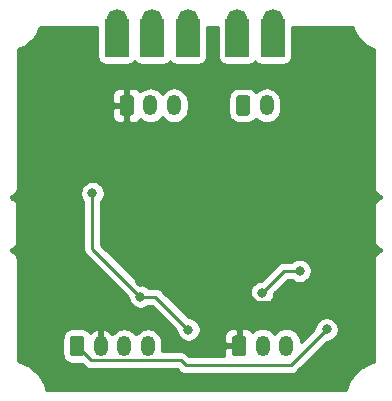
<source format=gbr>
%TF.GenerationSoftware,KiCad,Pcbnew,(5.1.9-0-10_14)*%
%TF.CreationDate,2021-05-07T17:02:22+01:00*%
%TF.ProjectId,EMGSensor3.1,454d4753-656e-4736-9f72-332e312e6b69,rev?*%
%TF.SameCoordinates,Original*%
%TF.FileFunction,Copper,L2,Bot*%
%TF.FilePolarity,Positive*%
%FSLAX46Y46*%
G04 Gerber Fmt 4.6, Leading zero omitted, Abs format (unit mm)*
G04 Created by KiCad (PCBNEW (5.1.9-0-10_14)) date 2021-05-07 17:02:22*
%MOMM*%
%LPD*%
G01*
G04 APERTURE LIST*
%TA.AperFunction,ComponentPad*%
%ADD10O,1.200000X1.750000*%
%TD*%
%TA.AperFunction,ComponentPad*%
%ADD11C,0.100000*%
%TD*%
%TA.AperFunction,ViaPad*%
%ADD12C,1.700000*%
%TD*%
%TA.AperFunction,ViaPad*%
%ADD13C,0.800000*%
%TD*%
%TA.AperFunction,Conductor*%
%ADD14C,0.250000*%
%TD*%
%TA.AperFunction,Conductor*%
%ADD15C,0.254000*%
%TD*%
%TA.AperFunction,Conductor*%
%ADD16C,0.100000*%
%TD*%
G04 APERTURE END LIST*
%TO.P,J1,1*%
%TO.N,GND*%
%TA.AperFunction,ComponentPad*%
G36*
G01*
X179867000Y-54155501D02*
X179867000Y-52905499D01*
G75*
G02*
X180116999Y-52655500I249999J0D01*
G01*
X180817001Y-52655500D01*
G75*
G02*
X181067000Y-52905499I0J-249999D01*
G01*
X181067000Y-54155501D01*
G75*
G02*
X180817001Y-54405500I-249999J0D01*
G01*
X180116999Y-54405500D01*
G75*
G02*
X179867000Y-54155501I0J249999D01*
G01*
G37*
%TD.AperFunction*%
D10*
%TO.P,J1,2*%
%TO.N,/End-Muscle-A*%
X182467000Y-53530500D03*
%TO.P,J1,3*%
%TO.N,/Mid-Muscle-A*%
X184467000Y-53530500D03*
%TD*%
%TO.P,J2,2*%
%TO.N,/End-Muscle-B*%
X192309500Y-53530500D03*
%TO.P,J2,1*%
%TO.N,/Mid-Muscle-B*%
%TA.AperFunction,ComponentPad*%
G36*
G01*
X189709500Y-54155501D02*
X189709500Y-52905499D01*
G75*
G02*
X189959499Y-52655500I249999J0D01*
G01*
X190659501Y-52655500D01*
G75*
G02*
X190909500Y-52905499I0J-249999D01*
G01*
X190909500Y-54155501D01*
G75*
G02*
X190659501Y-54405500I-249999J0D01*
G01*
X189959499Y-54405500D01*
G75*
G02*
X189709500Y-54155501I0J249999D01*
G01*
G37*
%TD.AperFunction*%
%TD*%
%TO.P,J4,1*%
%TO.N,+3V3*%
%TA.AperFunction,ComponentPad*%
G36*
G01*
X175650600Y-74539001D02*
X175650600Y-73288999D01*
G75*
G02*
X175900599Y-73039000I249999J0D01*
G01*
X176600601Y-73039000D01*
G75*
G02*
X176850600Y-73288999I0J-249999D01*
G01*
X176850600Y-74539001D01*
G75*
G02*
X176600601Y-74789000I-249999J0D01*
G01*
X175900599Y-74789000D01*
G75*
G02*
X175650600Y-74539001I0J249999D01*
G01*
G37*
%TD.AperFunction*%
%TO.P,J4,2*%
%TO.N,GND*%
X178250600Y-73914000D03*
%TO.P,J4,3*%
%TO.N,Out-A*%
X180250600Y-73914000D03*
%TO.P,J4,4*%
%TO.N,Out-B*%
X182250600Y-73914000D03*
%TD*%
%TO.P,J3,1*%
%TO.N,GND*%
%TA.AperFunction,ComponentPad*%
G36*
G01*
X189366600Y-74513601D02*
X189366600Y-73263599D01*
G75*
G02*
X189616599Y-73013600I249999J0D01*
G01*
X190316601Y-73013600D01*
G75*
G02*
X190566600Y-73263599I0J-249999D01*
G01*
X190566600Y-74513601D01*
G75*
G02*
X190316601Y-74763600I-249999J0D01*
G01*
X189616599Y-74763600D01*
G75*
G02*
X189366600Y-74513601I0J249999D01*
G01*
G37*
%TD.AperFunction*%
%TO.P,J3,2*%
%TO.N,+5V*%
X191966600Y-73888600D03*
%TO.P,J3,3*%
%TO.N,-5V*%
X193966600Y-73888600D03*
%TD*%
%TA.AperFunction,ComponentPad*%
D11*
%TO.P,J1B1,1*%
%TO.N,/Mid-Muscle-A*%
G36*
X186642159Y-49379532D02*
G01*
X186637891Y-49393601D01*
X186630960Y-49406568D01*
X186621633Y-49417933D01*
X186610268Y-49427260D01*
X186597301Y-49434191D01*
X186583232Y-49438459D01*
X186568600Y-49439900D01*
X184689000Y-49439900D01*
X184674368Y-49438459D01*
X184660299Y-49434191D01*
X184647332Y-49427260D01*
X184635967Y-49417933D01*
X184626640Y-49406568D01*
X184619709Y-49393601D01*
X184615441Y-49379532D01*
X184614000Y-49364900D01*
X184614000Y-46266100D01*
X184615441Y-46251468D01*
X184619709Y-46237399D01*
X184626640Y-46224432D01*
X184635967Y-46213067D01*
X184647332Y-46203740D01*
X184660299Y-46196809D01*
X184674368Y-46192541D01*
X184689000Y-46191100D01*
X186568600Y-46191100D01*
X186583232Y-46192541D01*
X186597301Y-46196809D01*
X186610268Y-46203740D01*
X186621633Y-46213067D01*
X186630960Y-46224432D01*
X186637891Y-46237399D01*
X186642159Y-46251468D01*
X186643600Y-46266100D01*
X186643600Y-49364900D01*
X186642159Y-49379532D01*
G37*
%TD.AperFunction*%
%TA.AperFunction,ComponentPad*%
%TO.P,J1B1,3*%
%TO.N,GND*%
G36*
X180642159Y-49379532D02*
G01*
X180637891Y-49393601D01*
X180630960Y-49406568D01*
X180621633Y-49417933D01*
X180610268Y-49427260D01*
X180597301Y-49434191D01*
X180583232Y-49438459D01*
X180568600Y-49439900D01*
X178689000Y-49439900D01*
X178674368Y-49438459D01*
X178660299Y-49434191D01*
X178647332Y-49427260D01*
X178635967Y-49417933D01*
X178626640Y-49406568D01*
X178619709Y-49393601D01*
X178615441Y-49379532D01*
X178614000Y-49364900D01*
X178614000Y-46266100D01*
X178615441Y-46251468D01*
X178619709Y-46237399D01*
X178626640Y-46224432D01*
X178635967Y-46213067D01*
X178647332Y-46203740D01*
X178660299Y-46196809D01*
X178674368Y-46192541D01*
X178689000Y-46191100D01*
X180568600Y-46191100D01*
X180583232Y-46192541D01*
X180597301Y-46196809D01*
X180610268Y-46203740D01*
X180621633Y-46213067D01*
X180630960Y-46224432D01*
X180637891Y-46237399D01*
X180642159Y-46251468D01*
X180643600Y-46266100D01*
X180643600Y-49364900D01*
X180642159Y-49379532D01*
G37*
%TD.AperFunction*%
%TA.AperFunction,ComponentPad*%
%TO.P,J1B1,2*%
%TO.N,/End-Muscle-A*%
G36*
X183642159Y-49379532D02*
G01*
X183637891Y-49393601D01*
X183630960Y-49406568D01*
X183621633Y-49417933D01*
X183610268Y-49427260D01*
X183597301Y-49434191D01*
X183583232Y-49438459D01*
X183568600Y-49439900D01*
X181689000Y-49439900D01*
X181674368Y-49438459D01*
X181660299Y-49434191D01*
X181647332Y-49427260D01*
X181635967Y-49417933D01*
X181626640Y-49406568D01*
X181619709Y-49393601D01*
X181615441Y-49379532D01*
X181614000Y-49364900D01*
X181614000Y-46266100D01*
X181615441Y-46251468D01*
X181619709Y-46237399D01*
X181626640Y-46224432D01*
X181635967Y-46213067D01*
X181647332Y-46203740D01*
X181660299Y-46196809D01*
X181674368Y-46192541D01*
X181689000Y-46191100D01*
X183568600Y-46191100D01*
X183583232Y-46192541D01*
X183597301Y-46196809D01*
X183610268Y-46203740D01*
X183621633Y-46213067D01*
X183630960Y-46224432D01*
X183637891Y-46237399D01*
X183642159Y-46251468D01*
X183643600Y-46266100D01*
X183643600Y-49364900D01*
X183642159Y-49379532D01*
G37*
%TD.AperFunction*%
%TD*%
%TA.AperFunction,ComponentPad*%
%TO.P,J2B1,1*%
%TO.N,/End-Muscle-B*%
G36*
X193827559Y-49379532D02*
G01*
X193823291Y-49393601D01*
X193816360Y-49406568D01*
X193807033Y-49417933D01*
X193795668Y-49427260D01*
X193782701Y-49434191D01*
X193768632Y-49438459D01*
X193754000Y-49439900D01*
X191874400Y-49439900D01*
X191859768Y-49438459D01*
X191845699Y-49434191D01*
X191832732Y-49427260D01*
X191821367Y-49417933D01*
X191812040Y-49406568D01*
X191805109Y-49393601D01*
X191800841Y-49379532D01*
X191799400Y-49364900D01*
X191799400Y-46266100D01*
X191800841Y-46251468D01*
X191805109Y-46237399D01*
X191812040Y-46224432D01*
X191821367Y-46213067D01*
X191832732Y-46203740D01*
X191845699Y-46196809D01*
X191859768Y-46192541D01*
X191874400Y-46191100D01*
X193754000Y-46191100D01*
X193768632Y-46192541D01*
X193782701Y-46196809D01*
X193795668Y-46203740D01*
X193807033Y-46213067D01*
X193816360Y-46224432D01*
X193823291Y-46237399D01*
X193827559Y-46251468D01*
X193829000Y-46266100D01*
X193829000Y-49364900D01*
X193827559Y-49379532D01*
G37*
%TD.AperFunction*%
%TA.AperFunction,ComponentPad*%
%TO.P,J2B1,2*%
%TO.N,/Mid-Muscle-B*%
G36*
X190827559Y-49379532D02*
G01*
X190823291Y-49393601D01*
X190816360Y-49406568D01*
X190807033Y-49417933D01*
X190795668Y-49427260D01*
X190782701Y-49434191D01*
X190768632Y-49438459D01*
X190754000Y-49439900D01*
X188874400Y-49439900D01*
X188859768Y-49438459D01*
X188845699Y-49434191D01*
X188832732Y-49427260D01*
X188821367Y-49417933D01*
X188812040Y-49406568D01*
X188805109Y-49393601D01*
X188800841Y-49379532D01*
X188799400Y-49364900D01*
X188799400Y-46266100D01*
X188800841Y-46251468D01*
X188805109Y-46237399D01*
X188812040Y-46224432D01*
X188821367Y-46213067D01*
X188832732Y-46203740D01*
X188845699Y-46196809D01*
X188859768Y-46192541D01*
X188874400Y-46191100D01*
X190754000Y-46191100D01*
X190768632Y-46192541D01*
X190782701Y-46196809D01*
X190795668Y-46203740D01*
X190807033Y-46213067D01*
X190816360Y-46224432D01*
X190823291Y-46237399D01*
X190827559Y-46251468D01*
X190829000Y-46266100D01*
X190829000Y-49364900D01*
X190827559Y-49379532D01*
G37*
%TD.AperFunction*%
%TD*%
D12*
%TO.N,GND*%
X179628800Y-46240700D03*
D13*
X192659000Y-58039000D03*
X181584600Y-68453000D03*
X183769000Y-63627000D03*
X190720000Y-65850000D03*
X190652400Y-69418200D03*
X198272400Y-69799200D03*
%TO.N,Net-(C5-Pad1)*%
X191897000Y-69418200D03*
X195097400Y-67538600D03*
%TO.N,+3V3*%
X197390000Y-72490000D03*
D12*
%TO.N,/End-Muscle-A*%
X182626000Y-46240700D03*
%TO.N,/Mid-Muscle-A*%
X185623200Y-46215300D03*
%TO.N,/Mid-Muscle-B*%
X189814200Y-46215300D03*
%TO.N,/End-Muscle-B*%
X192811400Y-46215300D03*
D13*
%TO.N,-5V*%
X177546000Y-60960000D03*
X181610000Y-69723000D03*
X185690000Y-72520000D03*
%TD*%
D14*
%TO.N,GND*%
X192659000Y-58039000D02*
X192151000Y-58547000D01*
X192151000Y-62071000D02*
X192151000Y-64897000D01*
X192151000Y-58547000D02*
X192151000Y-62071000D01*
X183769000Y-63627000D02*
X183769000Y-64821000D01*
X180467000Y-60325000D02*
X180467000Y-60128002D01*
X183769000Y-63627000D02*
X180467000Y-60325000D01*
X180467000Y-60128002D02*
X180467000Y-53530500D01*
X191673000Y-64897000D02*
X192151000Y-64897000D01*
X190720000Y-65850000D02*
X191673000Y-64897000D01*
X190720000Y-69350600D02*
X190652400Y-69418200D01*
X190720000Y-65850000D02*
X190720000Y-69350600D01*
X181770000Y-68597800D02*
X181610000Y-68757800D01*
X183769000Y-64821000D02*
X182295600Y-64821000D01*
X182295600Y-64821000D02*
X181584600Y-65532000D01*
X181584600Y-65532000D02*
X181584600Y-68453000D01*
X197928399Y-70143201D02*
X198272400Y-69799200D01*
X191377401Y-70143201D02*
X197928399Y-70143201D01*
X190652400Y-69418200D02*
X191377401Y-70143201D01*
X190595000Y-63627000D02*
X192151000Y-62071000D01*
X183769000Y-63627000D02*
X190595000Y-63627000D01*
%TO.N,Net-(C5-Pad1)*%
X193776600Y-67538600D02*
X195097400Y-67538600D01*
X191897000Y-69418200D02*
X193776600Y-67538600D01*
%TO.N,+3V3*%
X185449761Y-75530000D02*
X194350000Y-75530000D01*
X194350000Y-75530000D02*
X197390000Y-72490000D01*
X185033771Y-75114010D02*
X185449761Y-75530000D01*
X177450610Y-75114010D02*
X185033771Y-75114010D01*
X176250600Y-73914000D02*
X177450610Y-75114010D01*
%TO.N,-5V*%
X177546000Y-65659000D02*
X177546000Y-60960000D01*
X181610000Y-69723000D02*
X177546000Y-65659000D01*
X181610000Y-69723000D02*
X182643000Y-69723000D01*
X182893000Y-69723000D02*
X185690000Y-72520000D01*
X182643000Y-69723000D02*
X182893000Y-69723000D01*
%TD*%
D15*
%TO.N,GND*%
X177975928Y-49364900D02*
X177979000Y-49427437D01*
X177980441Y-49442069D01*
X178004847Y-49564763D01*
X178009115Y-49578832D01*
X178056980Y-49694386D01*
X178063911Y-49707353D01*
X178133403Y-49811356D01*
X178142730Y-49822721D01*
X178231179Y-49911170D01*
X178242544Y-49920497D01*
X178346547Y-49989989D01*
X178359514Y-49996920D01*
X178475068Y-50044785D01*
X178489137Y-50049053D01*
X178611831Y-50073459D01*
X178626463Y-50074900D01*
X178689000Y-50077972D01*
X180568600Y-50077972D01*
X180631137Y-50074900D01*
X180645769Y-50073459D01*
X180768463Y-50049053D01*
X180782532Y-50044785D01*
X180898086Y-49996920D01*
X180911053Y-49989989D01*
X181015056Y-49920497D01*
X181026421Y-49911170D01*
X181114870Y-49822721D01*
X181124197Y-49811356D01*
X181128800Y-49804467D01*
X181133403Y-49811356D01*
X181142730Y-49822721D01*
X181231179Y-49911170D01*
X181242544Y-49920497D01*
X181346547Y-49989989D01*
X181359514Y-49996920D01*
X181475068Y-50044785D01*
X181489137Y-50049053D01*
X181611831Y-50073459D01*
X181626463Y-50074900D01*
X181689000Y-50077972D01*
X183568600Y-50077972D01*
X183631137Y-50074900D01*
X183645769Y-50073459D01*
X183768463Y-50049053D01*
X183782532Y-50044785D01*
X183898086Y-49996920D01*
X183911053Y-49989989D01*
X184015056Y-49920497D01*
X184026421Y-49911170D01*
X184114870Y-49822721D01*
X184124197Y-49811356D01*
X184128800Y-49804467D01*
X184133403Y-49811356D01*
X184142730Y-49822721D01*
X184231179Y-49911170D01*
X184242544Y-49920497D01*
X184346547Y-49989989D01*
X184359514Y-49996920D01*
X184475068Y-50044785D01*
X184489137Y-50049053D01*
X184611831Y-50073459D01*
X184626463Y-50074900D01*
X184689000Y-50077972D01*
X186568600Y-50077972D01*
X186631137Y-50074900D01*
X186645769Y-50073459D01*
X186768463Y-50049053D01*
X186782532Y-50044785D01*
X186898086Y-49996920D01*
X186911053Y-49989989D01*
X187015056Y-49920497D01*
X187026421Y-49911170D01*
X187114870Y-49822721D01*
X187124197Y-49811356D01*
X187193689Y-49707353D01*
X187200620Y-49694386D01*
X187248485Y-49578832D01*
X187252753Y-49564763D01*
X187277159Y-49442069D01*
X187278600Y-49427437D01*
X187281672Y-49364900D01*
X187281672Y-46913000D01*
X188161328Y-46913000D01*
X188161328Y-49364900D01*
X188164400Y-49427437D01*
X188165841Y-49442069D01*
X188190247Y-49564763D01*
X188194515Y-49578832D01*
X188242380Y-49694386D01*
X188249311Y-49707353D01*
X188318803Y-49811356D01*
X188328130Y-49822721D01*
X188416579Y-49911170D01*
X188427944Y-49920497D01*
X188531947Y-49989989D01*
X188544914Y-49996920D01*
X188660468Y-50044785D01*
X188674537Y-50049053D01*
X188797231Y-50073459D01*
X188811863Y-50074900D01*
X188874400Y-50077972D01*
X190754000Y-50077972D01*
X190816537Y-50074900D01*
X190831169Y-50073459D01*
X190953863Y-50049053D01*
X190967932Y-50044785D01*
X191083486Y-49996920D01*
X191096453Y-49989989D01*
X191200456Y-49920497D01*
X191211821Y-49911170D01*
X191300270Y-49822721D01*
X191309597Y-49811356D01*
X191314200Y-49804467D01*
X191318803Y-49811356D01*
X191328130Y-49822721D01*
X191416579Y-49911170D01*
X191427944Y-49920497D01*
X191531947Y-49989989D01*
X191544914Y-49996920D01*
X191660468Y-50044785D01*
X191674537Y-50049053D01*
X191797231Y-50073459D01*
X191811863Y-50074900D01*
X191874400Y-50077972D01*
X193754000Y-50077972D01*
X193816537Y-50074900D01*
X193831169Y-50073459D01*
X193953863Y-50049053D01*
X193967932Y-50044785D01*
X194083486Y-49996920D01*
X194096453Y-49989989D01*
X194200456Y-49920497D01*
X194211821Y-49911170D01*
X194300270Y-49822721D01*
X194309597Y-49811356D01*
X194379089Y-49707353D01*
X194386020Y-49694386D01*
X194433885Y-49578832D01*
X194438153Y-49564763D01*
X194462559Y-49442069D01*
X194464000Y-49427437D01*
X194467072Y-49364900D01*
X194467072Y-46913000D01*
X199598013Y-46913000D01*
X199648894Y-47098033D01*
X199671112Y-47155987D01*
X199692532Y-47214281D01*
X199696750Y-47222864D01*
X199870857Y-47570919D01*
X199903911Y-47623458D01*
X199936242Y-47676475D01*
X199942048Y-47684075D01*
X200180443Y-47991685D01*
X200223086Y-48036817D01*
X200265086Y-48082530D01*
X200272257Y-48088859D01*
X200565860Y-48344305D01*
X200616475Y-48380308D01*
X200666537Y-48416980D01*
X200674801Y-48421795D01*
X201012429Y-48615348D01*
X201069042Y-48640820D01*
X201125303Y-48667084D01*
X201134345Y-48670202D01*
X201422812Y-48767419D01*
X201422800Y-60561846D01*
X201432712Y-60662482D01*
X201471881Y-60791605D01*
X201535488Y-60910606D01*
X201621089Y-61014910D01*
X201725393Y-61100511D01*
X201844394Y-61164118D01*
X201973517Y-61203287D01*
X202026496Y-61208505D01*
X202026333Y-61346510D01*
X201973518Y-61351712D01*
X201909818Y-61371035D01*
X201909814Y-61371036D01*
X201909811Y-61371037D01*
X201844395Y-61390881D01*
X201725394Y-61454488D01*
X201621090Y-61540089D01*
X201535489Y-61644393D01*
X201471882Y-61763394D01*
X201432713Y-61892517D01*
X201422801Y-61993153D01*
X201422800Y-65057646D01*
X201432712Y-65158282D01*
X201471881Y-65287405D01*
X201535488Y-65406406D01*
X201621089Y-65510710D01*
X201725393Y-65596312D01*
X201844394Y-65659919D01*
X201973517Y-65699088D01*
X202021176Y-65703782D01*
X202021012Y-65842834D01*
X201973517Y-65847512D01*
X201844394Y-65886681D01*
X201725393Y-65950288D01*
X201621089Y-66035890D01*
X201535488Y-66140194D01*
X201471881Y-66259195D01*
X201432712Y-66388318D01*
X201422800Y-66488954D01*
X201422801Y-75245887D01*
X201006293Y-75367899D01*
X200948724Y-75391074D01*
X200890790Y-75413461D01*
X200882277Y-75417822D01*
X200449249Y-75643504D01*
X200397254Y-75677435D01*
X200344792Y-75710635D01*
X200337289Y-75716566D01*
X199956342Y-76022061D01*
X199911929Y-76065443D01*
X199866915Y-76108201D01*
X199860707Y-76115477D01*
X199546353Y-76489145D01*
X199511202Y-76540343D01*
X199475360Y-76591016D01*
X199470683Y-76599359D01*
X199234896Y-77026971D01*
X199210350Y-77084041D01*
X199185043Y-77140689D01*
X199182075Y-77149781D01*
X199033835Y-77615046D01*
X199032153Y-77622911D01*
X173665430Y-77610788D01*
X173661825Y-77592878D01*
X173658968Y-77583750D01*
X173509843Y-77118767D01*
X173485194Y-77061757D01*
X173461363Y-77004455D01*
X173456788Y-76996056D01*
X173220186Y-76568895D01*
X173184943Y-76517772D01*
X173150427Y-76466177D01*
X173144311Y-76458832D01*
X173144307Y-76458826D01*
X173144302Y-76458821D01*
X172829243Y-76085756D01*
X172784738Y-76042449D01*
X172740860Y-75998544D01*
X172733430Y-75992522D01*
X172351903Y-75687753D01*
X172299832Y-75653914D01*
X172248265Y-75619369D01*
X172239809Y-75614908D01*
X172239805Y-75614905D01*
X172239801Y-75614903D01*
X171806349Y-75390046D01*
X171748671Y-75366955D01*
X171691401Y-75343095D01*
X171682236Y-75340359D01*
X171220600Y-75206082D01*
X171220600Y-73288999D01*
X175012528Y-73288999D01*
X175012528Y-74539001D01*
X175029592Y-74712255D01*
X175080128Y-74878851D01*
X175162195Y-75032387D01*
X175272638Y-75166962D01*
X175407213Y-75277405D01*
X175560749Y-75359472D01*
X175727345Y-75410008D01*
X175900599Y-75427072D01*
X176600601Y-75427072D01*
X176680955Y-75419158D01*
X176886815Y-75625018D01*
X176910609Y-75654011D01*
X176939602Y-75677805D01*
X176939606Y-75677809D01*
X177003039Y-75729866D01*
X177026334Y-75748984D01*
X177158363Y-75819556D01*
X177301624Y-75863013D01*
X177413277Y-75874010D01*
X177413286Y-75874010D01*
X177450609Y-75877686D01*
X177487932Y-75874010D01*
X184718970Y-75874010D01*
X184885957Y-76040997D01*
X184909760Y-76070001D01*
X185025485Y-76164974D01*
X185157514Y-76235546D01*
X185300775Y-76279003D01*
X185412428Y-76290000D01*
X185412436Y-76290000D01*
X185449761Y-76293676D01*
X185487086Y-76290000D01*
X194312678Y-76290000D01*
X194350000Y-76293676D01*
X194387322Y-76290000D01*
X194387333Y-76290000D01*
X194498986Y-76279003D01*
X194642247Y-76235546D01*
X194774276Y-76164974D01*
X194890001Y-76070001D01*
X194913804Y-76040997D01*
X197429802Y-73525000D01*
X197491939Y-73525000D01*
X197691898Y-73485226D01*
X197880256Y-73407205D01*
X198049774Y-73293937D01*
X198193937Y-73149774D01*
X198307205Y-72980256D01*
X198385226Y-72791898D01*
X198425000Y-72591939D01*
X198425000Y-72388061D01*
X198385226Y-72188102D01*
X198307205Y-71999744D01*
X198193937Y-71830226D01*
X198049774Y-71686063D01*
X197880256Y-71572795D01*
X197691898Y-71494774D01*
X197491939Y-71455000D01*
X197288061Y-71455000D01*
X197088102Y-71494774D01*
X196899744Y-71572795D01*
X196730226Y-71686063D01*
X196586063Y-71830226D01*
X196472795Y-71999744D01*
X196394774Y-72188102D01*
X196355000Y-72388061D01*
X196355000Y-72450198D01*
X195201600Y-73603599D01*
X195201600Y-73552935D01*
X195183730Y-73371498D01*
X195113111Y-73138699D01*
X194998433Y-72924151D01*
X194844102Y-72736098D01*
X194656048Y-72581767D01*
X194441500Y-72467089D01*
X194208701Y-72396470D01*
X193966600Y-72372625D01*
X193724498Y-72396470D01*
X193491699Y-72467089D01*
X193277151Y-72581767D01*
X193089098Y-72736098D01*
X192966600Y-72885363D01*
X192844102Y-72736098D01*
X192656048Y-72581767D01*
X192441500Y-72467089D01*
X192208701Y-72396470D01*
X191966600Y-72372625D01*
X191724498Y-72396470D01*
X191491699Y-72467089D01*
X191277151Y-72581767D01*
X191123291Y-72708036D01*
X191097137Y-72659106D01*
X191017785Y-72562415D01*
X190921094Y-72483063D01*
X190810780Y-72424098D01*
X190691082Y-72387788D01*
X190566600Y-72375528D01*
X190252350Y-72378600D01*
X190093600Y-72537350D01*
X190093600Y-73761600D01*
X190113600Y-73761600D01*
X190113600Y-74015600D01*
X190093600Y-74015600D01*
X190093600Y-74035600D01*
X189839600Y-74035600D01*
X189839600Y-74015600D01*
X188890350Y-74015600D01*
X188731600Y-74174350D01*
X188728528Y-74763600D01*
X188729158Y-74770000D01*
X185764562Y-74770000D01*
X185597575Y-74603013D01*
X185573772Y-74574009D01*
X185458047Y-74479036D01*
X185326018Y-74408464D01*
X185182757Y-74365007D01*
X185071104Y-74354010D01*
X185071093Y-74354010D01*
X185033771Y-74350334D01*
X184996449Y-74354010D01*
X183475323Y-74354010D01*
X183485600Y-74249664D01*
X183485600Y-73578335D01*
X183467730Y-73396898D01*
X183397111Y-73164099D01*
X183282433Y-72949551D01*
X183128102Y-72761498D01*
X182940048Y-72607167D01*
X182725500Y-72492489D01*
X182492701Y-72421870D01*
X182250600Y-72398025D01*
X182008498Y-72421870D01*
X181775699Y-72492489D01*
X181561151Y-72607167D01*
X181373098Y-72761498D01*
X181250600Y-72910763D01*
X181128102Y-72761498D01*
X180940048Y-72607167D01*
X180725500Y-72492489D01*
X180492701Y-72421870D01*
X180250600Y-72398025D01*
X180008498Y-72421870D01*
X179775699Y-72492489D01*
X179561151Y-72607167D01*
X179373098Y-72761498D01*
X179250119Y-72911349D01*
X179206907Y-72847275D01*
X179034074Y-72675922D01*
X178831133Y-72541579D01*
X178605882Y-72449409D01*
X178568209Y-72445538D01*
X178377600Y-72570269D01*
X178377600Y-73787000D01*
X178397600Y-73787000D01*
X178397600Y-74041000D01*
X178377600Y-74041000D01*
X178377600Y-74061000D01*
X178123600Y-74061000D01*
X178123600Y-74041000D01*
X178103600Y-74041000D01*
X178103600Y-73787000D01*
X178123600Y-73787000D01*
X178123600Y-72570269D01*
X177932991Y-72445538D01*
X177895318Y-72449409D01*
X177670067Y-72541579D01*
X177467126Y-72675922D01*
X177341567Y-72800406D01*
X177339005Y-72795613D01*
X177228562Y-72661038D01*
X177093987Y-72550595D01*
X176940451Y-72468528D01*
X176773855Y-72417992D01*
X176600601Y-72400928D01*
X175900599Y-72400928D01*
X175727345Y-72417992D01*
X175560749Y-72468528D01*
X175407213Y-72550595D01*
X175272638Y-72661038D01*
X175162195Y-72795613D01*
X175080128Y-72949149D01*
X175029592Y-73115745D01*
X175012528Y-73288999D01*
X171220600Y-73288999D01*
X171220600Y-66514353D01*
X171210688Y-66413717D01*
X171171519Y-66284594D01*
X171107912Y-66165593D01*
X171022310Y-66061289D01*
X170918006Y-65975688D01*
X170799005Y-65912081D01*
X170669882Y-65872912D01*
X170652760Y-65871226D01*
X170652642Y-65722227D01*
X170773605Y-65685533D01*
X170892606Y-65621926D01*
X170996910Y-65536325D01*
X171082511Y-65432021D01*
X171146118Y-65313020D01*
X171185287Y-65183897D01*
X171195199Y-65083261D01*
X171195201Y-62018555D01*
X171185289Y-61917919D01*
X171146120Y-61788796D01*
X171082513Y-61669795D01*
X170996912Y-61565491D01*
X170892608Y-61479890D01*
X170773607Y-61416283D01*
X170649213Y-61378548D01*
X170649096Y-61230735D01*
X170669882Y-61228688D01*
X170799005Y-61189519D01*
X170918006Y-61125912D01*
X171022310Y-61040311D01*
X171107912Y-60936007D01*
X171149574Y-60858061D01*
X176511000Y-60858061D01*
X176511000Y-61061939D01*
X176550774Y-61261898D01*
X176628795Y-61450256D01*
X176742063Y-61619774D01*
X176786001Y-61663712D01*
X176786000Y-65621677D01*
X176782324Y-65659000D01*
X176786000Y-65696322D01*
X176786000Y-65696332D01*
X176796997Y-65807985D01*
X176822672Y-65892625D01*
X176840454Y-65951246D01*
X176911026Y-66083276D01*
X176948096Y-66128445D01*
X177005999Y-66199001D01*
X177035003Y-66222804D01*
X180575000Y-69762802D01*
X180575000Y-69824939D01*
X180614774Y-70024898D01*
X180692795Y-70213256D01*
X180806063Y-70382774D01*
X180950226Y-70526937D01*
X181119744Y-70640205D01*
X181308102Y-70718226D01*
X181508061Y-70758000D01*
X181711939Y-70758000D01*
X181911898Y-70718226D01*
X182100256Y-70640205D01*
X182269774Y-70526937D01*
X182313711Y-70483000D01*
X182578199Y-70483000D01*
X184655000Y-72559802D01*
X184655000Y-72621939D01*
X184694774Y-72821898D01*
X184772795Y-73010256D01*
X184886063Y-73179774D01*
X185030226Y-73323937D01*
X185199744Y-73437205D01*
X185388102Y-73515226D01*
X185588061Y-73555000D01*
X185791939Y-73555000D01*
X185991898Y-73515226D01*
X186180256Y-73437205D01*
X186349774Y-73323937D01*
X186493937Y-73179774D01*
X186604970Y-73013600D01*
X188728528Y-73013600D01*
X188731600Y-73602850D01*
X188890350Y-73761600D01*
X189839600Y-73761600D01*
X189839600Y-72537350D01*
X189680850Y-72378600D01*
X189366600Y-72375528D01*
X189242118Y-72387788D01*
X189122420Y-72424098D01*
X189012106Y-72483063D01*
X188915415Y-72562415D01*
X188836063Y-72659106D01*
X188777098Y-72769420D01*
X188740788Y-72889118D01*
X188728528Y-73013600D01*
X186604970Y-73013600D01*
X186607205Y-73010256D01*
X186685226Y-72821898D01*
X186725000Y-72621939D01*
X186725000Y-72418061D01*
X186685226Y-72218102D01*
X186607205Y-72029744D01*
X186493937Y-71860226D01*
X186349774Y-71716063D01*
X186180256Y-71602795D01*
X185991898Y-71524774D01*
X185791939Y-71485000D01*
X185729802Y-71485000D01*
X183561063Y-69316261D01*
X190862000Y-69316261D01*
X190862000Y-69520139D01*
X190901774Y-69720098D01*
X190979795Y-69908456D01*
X191093063Y-70077974D01*
X191237226Y-70222137D01*
X191406744Y-70335405D01*
X191595102Y-70413426D01*
X191795061Y-70453200D01*
X191998939Y-70453200D01*
X192198898Y-70413426D01*
X192387256Y-70335405D01*
X192556774Y-70222137D01*
X192700937Y-70077974D01*
X192814205Y-69908456D01*
X192892226Y-69720098D01*
X192932000Y-69520139D01*
X192932000Y-69458001D01*
X194091402Y-68298600D01*
X194393689Y-68298600D01*
X194437626Y-68342537D01*
X194607144Y-68455805D01*
X194795502Y-68533826D01*
X194995461Y-68573600D01*
X195199339Y-68573600D01*
X195399298Y-68533826D01*
X195587656Y-68455805D01*
X195757174Y-68342537D01*
X195901337Y-68198374D01*
X196014605Y-68028856D01*
X196092626Y-67840498D01*
X196132400Y-67640539D01*
X196132400Y-67436661D01*
X196092626Y-67236702D01*
X196014605Y-67048344D01*
X195901337Y-66878826D01*
X195757174Y-66734663D01*
X195587656Y-66621395D01*
X195399298Y-66543374D01*
X195199339Y-66503600D01*
X194995461Y-66503600D01*
X194795502Y-66543374D01*
X194607144Y-66621395D01*
X194437626Y-66734663D01*
X194393689Y-66778600D01*
X193813923Y-66778600D01*
X193776600Y-66774924D01*
X193739277Y-66778600D01*
X193739267Y-66778600D01*
X193627614Y-66789597D01*
X193484353Y-66833054D01*
X193352324Y-66903626D01*
X193236599Y-66998599D01*
X193212801Y-67027597D01*
X191857199Y-68383200D01*
X191795061Y-68383200D01*
X191595102Y-68422974D01*
X191406744Y-68500995D01*
X191237226Y-68614263D01*
X191093063Y-68758426D01*
X190979795Y-68927944D01*
X190901774Y-69116302D01*
X190862000Y-69316261D01*
X183561063Y-69316261D01*
X183456804Y-69212003D01*
X183433001Y-69182999D01*
X183317276Y-69088026D01*
X183185247Y-69017454D01*
X183041986Y-68973997D01*
X182930333Y-68963000D01*
X182930322Y-68963000D01*
X182893000Y-68959324D01*
X182855678Y-68963000D01*
X182313711Y-68963000D01*
X182269774Y-68919063D01*
X182100256Y-68805795D01*
X181911898Y-68727774D01*
X181711939Y-68688000D01*
X181649802Y-68688000D01*
X178306000Y-65344199D01*
X178306000Y-61663711D01*
X178349937Y-61619774D01*
X178463205Y-61450256D01*
X178541226Y-61261898D01*
X178581000Y-61061939D01*
X178581000Y-60858061D01*
X178541226Y-60658102D01*
X178463205Y-60469744D01*
X178349937Y-60300226D01*
X178205774Y-60156063D01*
X178036256Y-60042795D01*
X177847898Y-59964774D01*
X177647939Y-59925000D01*
X177444061Y-59925000D01*
X177244102Y-59964774D01*
X177055744Y-60042795D01*
X176886226Y-60156063D01*
X176742063Y-60300226D01*
X176628795Y-60469744D01*
X176550774Y-60658102D01*
X176511000Y-60858061D01*
X171149574Y-60858061D01*
X171171519Y-60817006D01*
X171210688Y-60687883D01*
X171220600Y-60587247D01*
X171220600Y-54405500D01*
X179228928Y-54405500D01*
X179241188Y-54529982D01*
X179277498Y-54649680D01*
X179336463Y-54759994D01*
X179415815Y-54856685D01*
X179512506Y-54936037D01*
X179622820Y-54995002D01*
X179742518Y-55031312D01*
X179867000Y-55043572D01*
X180181250Y-55040500D01*
X180340000Y-54881750D01*
X180340000Y-53657500D01*
X179390750Y-53657500D01*
X179232000Y-53816250D01*
X179228928Y-54405500D01*
X171220600Y-54405500D01*
X171220600Y-52655500D01*
X179228928Y-52655500D01*
X179232000Y-53244750D01*
X179390750Y-53403500D01*
X180340000Y-53403500D01*
X180340000Y-52179250D01*
X180594000Y-52179250D01*
X180594000Y-53403500D01*
X180614000Y-53403500D01*
X180614000Y-53657500D01*
X180594000Y-53657500D01*
X180594000Y-54881750D01*
X180752750Y-55040500D01*
X181067000Y-55043572D01*
X181191482Y-55031312D01*
X181311180Y-54995002D01*
X181421494Y-54936037D01*
X181518185Y-54856685D01*
X181597537Y-54759994D01*
X181623692Y-54711063D01*
X181777552Y-54837333D01*
X181992100Y-54952011D01*
X182224899Y-55022630D01*
X182467000Y-55046475D01*
X182709102Y-55022630D01*
X182941901Y-54952011D01*
X183156449Y-54837333D01*
X183344502Y-54683002D01*
X183467001Y-54533737D01*
X183589499Y-54683002D01*
X183777552Y-54837333D01*
X183992100Y-54952011D01*
X184224899Y-55022630D01*
X184467000Y-55046475D01*
X184709102Y-55022630D01*
X184941901Y-54952011D01*
X185156449Y-54837333D01*
X185344502Y-54683002D01*
X185498833Y-54494949D01*
X185613511Y-54280400D01*
X185684130Y-54047601D01*
X185702000Y-53866164D01*
X185702000Y-53194835D01*
X185684130Y-53013398D01*
X185651400Y-52905499D01*
X189071428Y-52905499D01*
X189071428Y-54155501D01*
X189088492Y-54328755D01*
X189139028Y-54495351D01*
X189221095Y-54648887D01*
X189331538Y-54783462D01*
X189466113Y-54893905D01*
X189619649Y-54975972D01*
X189786245Y-55026508D01*
X189959499Y-55043572D01*
X190659501Y-55043572D01*
X190832755Y-55026508D01*
X190999351Y-54975972D01*
X191152887Y-54893905D01*
X191287462Y-54783462D01*
X191397905Y-54648887D01*
X191400310Y-54644388D01*
X191431999Y-54683002D01*
X191620052Y-54837333D01*
X191834600Y-54952011D01*
X192067399Y-55022630D01*
X192309500Y-55046475D01*
X192551602Y-55022630D01*
X192784401Y-54952011D01*
X192998949Y-54837333D01*
X193187002Y-54683002D01*
X193341333Y-54494949D01*
X193456011Y-54280400D01*
X193526630Y-54047601D01*
X193544500Y-53866164D01*
X193544500Y-53194835D01*
X193526630Y-53013398D01*
X193456011Y-52780599D01*
X193341333Y-52566051D01*
X193187002Y-52377998D01*
X192998948Y-52223667D01*
X192784400Y-52108989D01*
X192551601Y-52038370D01*
X192309500Y-52014525D01*
X192067398Y-52038370D01*
X191834599Y-52108989D01*
X191620051Y-52223667D01*
X191431998Y-52377998D01*
X191400309Y-52416611D01*
X191397905Y-52412113D01*
X191287462Y-52277538D01*
X191152887Y-52167095D01*
X190999351Y-52085028D01*
X190832755Y-52034492D01*
X190659501Y-52017428D01*
X189959499Y-52017428D01*
X189786245Y-52034492D01*
X189619649Y-52085028D01*
X189466113Y-52167095D01*
X189331538Y-52277538D01*
X189221095Y-52412113D01*
X189139028Y-52565649D01*
X189088492Y-52732245D01*
X189071428Y-52905499D01*
X185651400Y-52905499D01*
X185613511Y-52780599D01*
X185498833Y-52566051D01*
X185344502Y-52377998D01*
X185156448Y-52223667D01*
X184941900Y-52108989D01*
X184709101Y-52038370D01*
X184467000Y-52014525D01*
X184224898Y-52038370D01*
X183992099Y-52108989D01*
X183777551Y-52223667D01*
X183589498Y-52377998D01*
X183467000Y-52527263D01*
X183344502Y-52377998D01*
X183156448Y-52223667D01*
X182941900Y-52108989D01*
X182709101Y-52038370D01*
X182467000Y-52014525D01*
X182224898Y-52038370D01*
X181992099Y-52108989D01*
X181777551Y-52223667D01*
X181623691Y-52349936D01*
X181597537Y-52301006D01*
X181518185Y-52204315D01*
X181421494Y-52124963D01*
X181311180Y-52065998D01*
X181191482Y-52029688D01*
X181067000Y-52017428D01*
X180752750Y-52020500D01*
X180594000Y-52179250D01*
X180340000Y-52179250D01*
X180181250Y-52020500D01*
X179867000Y-52017428D01*
X179742518Y-52029688D01*
X179622820Y-52065998D01*
X179512506Y-52124963D01*
X179415815Y-52204315D01*
X179336463Y-52301006D01*
X179277498Y-52411320D01*
X179241188Y-52531018D01*
X179228928Y-52655500D01*
X171220600Y-52655500D01*
X171220600Y-48750765D01*
X171422511Y-48693858D01*
X171480338Y-48671266D01*
X171538476Y-48649482D01*
X171547033Y-48645209D01*
X171893972Y-48468892D01*
X171946290Y-48435510D01*
X171999111Y-48402836D01*
X172006674Y-48396983D01*
X172312761Y-48156635D01*
X172357612Y-48113714D01*
X172403065Y-48071418D01*
X172409348Y-48064206D01*
X172662921Y-47768984D01*
X172698575Y-47718178D01*
X172734956Y-47667846D01*
X172739718Y-47659552D01*
X172931119Y-47320700D01*
X172956222Y-47263944D01*
X172982136Y-47207500D01*
X172985196Y-47198438D01*
X173079375Y-46913000D01*
X177975928Y-46913000D01*
X177975928Y-49364900D01*
%TA.AperFunction,Conductor*%
D16*
G36*
X177975928Y-49364900D02*
G01*
X177979000Y-49427437D01*
X177980441Y-49442069D01*
X178004847Y-49564763D01*
X178009115Y-49578832D01*
X178056980Y-49694386D01*
X178063911Y-49707353D01*
X178133403Y-49811356D01*
X178142730Y-49822721D01*
X178231179Y-49911170D01*
X178242544Y-49920497D01*
X178346547Y-49989989D01*
X178359514Y-49996920D01*
X178475068Y-50044785D01*
X178489137Y-50049053D01*
X178611831Y-50073459D01*
X178626463Y-50074900D01*
X178689000Y-50077972D01*
X180568600Y-50077972D01*
X180631137Y-50074900D01*
X180645769Y-50073459D01*
X180768463Y-50049053D01*
X180782532Y-50044785D01*
X180898086Y-49996920D01*
X180911053Y-49989989D01*
X181015056Y-49920497D01*
X181026421Y-49911170D01*
X181114870Y-49822721D01*
X181124197Y-49811356D01*
X181128800Y-49804467D01*
X181133403Y-49811356D01*
X181142730Y-49822721D01*
X181231179Y-49911170D01*
X181242544Y-49920497D01*
X181346547Y-49989989D01*
X181359514Y-49996920D01*
X181475068Y-50044785D01*
X181489137Y-50049053D01*
X181611831Y-50073459D01*
X181626463Y-50074900D01*
X181689000Y-50077972D01*
X183568600Y-50077972D01*
X183631137Y-50074900D01*
X183645769Y-50073459D01*
X183768463Y-50049053D01*
X183782532Y-50044785D01*
X183898086Y-49996920D01*
X183911053Y-49989989D01*
X184015056Y-49920497D01*
X184026421Y-49911170D01*
X184114870Y-49822721D01*
X184124197Y-49811356D01*
X184128800Y-49804467D01*
X184133403Y-49811356D01*
X184142730Y-49822721D01*
X184231179Y-49911170D01*
X184242544Y-49920497D01*
X184346547Y-49989989D01*
X184359514Y-49996920D01*
X184475068Y-50044785D01*
X184489137Y-50049053D01*
X184611831Y-50073459D01*
X184626463Y-50074900D01*
X184689000Y-50077972D01*
X186568600Y-50077972D01*
X186631137Y-50074900D01*
X186645769Y-50073459D01*
X186768463Y-50049053D01*
X186782532Y-50044785D01*
X186898086Y-49996920D01*
X186911053Y-49989989D01*
X187015056Y-49920497D01*
X187026421Y-49911170D01*
X187114870Y-49822721D01*
X187124197Y-49811356D01*
X187193689Y-49707353D01*
X187200620Y-49694386D01*
X187248485Y-49578832D01*
X187252753Y-49564763D01*
X187277159Y-49442069D01*
X187278600Y-49427437D01*
X187281672Y-49364900D01*
X187281672Y-46913000D01*
X188161328Y-46913000D01*
X188161328Y-49364900D01*
X188164400Y-49427437D01*
X188165841Y-49442069D01*
X188190247Y-49564763D01*
X188194515Y-49578832D01*
X188242380Y-49694386D01*
X188249311Y-49707353D01*
X188318803Y-49811356D01*
X188328130Y-49822721D01*
X188416579Y-49911170D01*
X188427944Y-49920497D01*
X188531947Y-49989989D01*
X188544914Y-49996920D01*
X188660468Y-50044785D01*
X188674537Y-50049053D01*
X188797231Y-50073459D01*
X188811863Y-50074900D01*
X188874400Y-50077972D01*
X190754000Y-50077972D01*
X190816537Y-50074900D01*
X190831169Y-50073459D01*
X190953863Y-50049053D01*
X190967932Y-50044785D01*
X191083486Y-49996920D01*
X191096453Y-49989989D01*
X191200456Y-49920497D01*
X191211821Y-49911170D01*
X191300270Y-49822721D01*
X191309597Y-49811356D01*
X191314200Y-49804467D01*
X191318803Y-49811356D01*
X191328130Y-49822721D01*
X191416579Y-49911170D01*
X191427944Y-49920497D01*
X191531947Y-49989989D01*
X191544914Y-49996920D01*
X191660468Y-50044785D01*
X191674537Y-50049053D01*
X191797231Y-50073459D01*
X191811863Y-50074900D01*
X191874400Y-50077972D01*
X193754000Y-50077972D01*
X193816537Y-50074900D01*
X193831169Y-50073459D01*
X193953863Y-50049053D01*
X193967932Y-50044785D01*
X194083486Y-49996920D01*
X194096453Y-49989989D01*
X194200456Y-49920497D01*
X194211821Y-49911170D01*
X194300270Y-49822721D01*
X194309597Y-49811356D01*
X194379089Y-49707353D01*
X194386020Y-49694386D01*
X194433885Y-49578832D01*
X194438153Y-49564763D01*
X194462559Y-49442069D01*
X194464000Y-49427437D01*
X194467072Y-49364900D01*
X194467072Y-46913000D01*
X199598013Y-46913000D01*
X199648894Y-47098033D01*
X199671112Y-47155987D01*
X199692532Y-47214281D01*
X199696750Y-47222864D01*
X199870857Y-47570919D01*
X199903911Y-47623458D01*
X199936242Y-47676475D01*
X199942048Y-47684075D01*
X200180443Y-47991685D01*
X200223086Y-48036817D01*
X200265086Y-48082530D01*
X200272257Y-48088859D01*
X200565860Y-48344305D01*
X200616475Y-48380308D01*
X200666537Y-48416980D01*
X200674801Y-48421795D01*
X201012429Y-48615348D01*
X201069042Y-48640820D01*
X201125303Y-48667084D01*
X201134345Y-48670202D01*
X201422812Y-48767419D01*
X201422800Y-60561846D01*
X201432712Y-60662482D01*
X201471881Y-60791605D01*
X201535488Y-60910606D01*
X201621089Y-61014910D01*
X201725393Y-61100511D01*
X201844394Y-61164118D01*
X201973517Y-61203287D01*
X202026496Y-61208505D01*
X202026333Y-61346510D01*
X201973518Y-61351712D01*
X201909818Y-61371035D01*
X201909814Y-61371036D01*
X201909811Y-61371037D01*
X201844395Y-61390881D01*
X201725394Y-61454488D01*
X201621090Y-61540089D01*
X201535489Y-61644393D01*
X201471882Y-61763394D01*
X201432713Y-61892517D01*
X201422801Y-61993153D01*
X201422800Y-65057646D01*
X201432712Y-65158282D01*
X201471881Y-65287405D01*
X201535488Y-65406406D01*
X201621089Y-65510710D01*
X201725393Y-65596312D01*
X201844394Y-65659919D01*
X201973517Y-65699088D01*
X202021176Y-65703782D01*
X202021012Y-65842834D01*
X201973517Y-65847512D01*
X201844394Y-65886681D01*
X201725393Y-65950288D01*
X201621089Y-66035890D01*
X201535488Y-66140194D01*
X201471881Y-66259195D01*
X201432712Y-66388318D01*
X201422800Y-66488954D01*
X201422801Y-75245887D01*
X201006293Y-75367899D01*
X200948724Y-75391074D01*
X200890790Y-75413461D01*
X200882277Y-75417822D01*
X200449249Y-75643504D01*
X200397254Y-75677435D01*
X200344792Y-75710635D01*
X200337289Y-75716566D01*
X199956342Y-76022061D01*
X199911929Y-76065443D01*
X199866915Y-76108201D01*
X199860707Y-76115477D01*
X199546353Y-76489145D01*
X199511202Y-76540343D01*
X199475360Y-76591016D01*
X199470683Y-76599359D01*
X199234896Y-77026971D01*
X199210350Y-77084041D01*
X199185043Y-77140689D01*
X199182075Y-77149781D01*
X199033835Y-77615046D01*
X199032153Y-77622911D01*
X173665430Y-77610788D01*
X173661825Y-77592878D01*
X173658968Y-77583750D01*
X173509843Y-77118767D01*
X173485194Y-77061757D01*
X173461363Y-77004455D01*
X173456788Y-76996056D01*
X173220186Y-76568895D01*
X173184943Y-76517772D01*
X173150427Y-76466177D01*
X173144311Y-76458832D01*
X173144307Y-76458826D01*
X173144302Y-76458821D01*
X172829243Y-76085756D01*
X172784738Y-76042449D01*
X172740860Y-75998544D01*
X172733430Y-75992522D01*
X172351903Y-75687753D01*
X172299832Y-75653914D01*
X172248265Y-75619369D01*
X172239809Y-75614908D01*
X172239805Y-75614905D01*
X172239801Y-75614903D01*
X171806349Y-75390046D01*
X171748671Y-75366955D01*
X171691401Y-75343095D01*
X171682236Y-75340359D01*
X171220600Y-75206082D01*
X171220600Y-73288999D01*
X175012528Y-73288999D01*
X175012528Y-74539001D01*
X175029592Y-74712255D01*
X175080128Y-74878851D01*
X175162195Y-75032387D01*
X175272638Y-75166962D01*
X175407213Y-75277405D01*
X175560749Y-75359472D01*
X175727345Y-75410008D01*
X175900599Y-75427072D01*
X176600601Y-75427072D01*
X176680955Y-75419158D01*
X176886815Y-75625018D01*
X176910609Y-75654011D01*
X176939602Y-75677805D01*
X176939606Y-75677809D01*
X177003039Y-75729866D01*
X177026334Y-75748984D01*
X177158363Y-75819556D01*
X177301624Y-75863013D01*
X177413277Y-75874010D01*
X177413286Y-75874010D01*
X177450609Y-75877686D01*
X177487932Y-75874010D01*
X184718970Y-75874010D01*
X184885957Y-76040997D01*
X184909760Y-76070001D01*
X185025485Y-76164974D01*
X185157514Y-76235546D01*
X185300775Y-76279003D01*
X185412428Y-76290000D01*
X185412436Y-76290000D01*
X185449761Y-76293676D01*
X185487086Y-76290000D01*
X194312678Y-76290000D01*
X194350000Y-76293676D01*
X194387322Y-76290000D01*
X194387333Y-76290000D01*
X194498986Y-76279003D01*
X194642247Y-76235546D01*
X194774276Y-76164974D01*
X194890001Y-76070001D01*
X194913804Y-76040997D01*
X197429802Y-73525000D01*
X197491939Y-73525000D01*
X197691898Y-73485226D01*
X197880256Y-73407205D01*
X198049774Y-73293937D01*
X198193937Y-73149774D01*
X198307205Y-72980256D01*
X198385226Y-72791898D01*
X198425000Y-72591939D01*
X198425000Y-72388061D01*
X198385226Y-72188102D01*
X198307205Y-71999744D01*
X198193937Y-71830226D01*
X198049774Y-71686063D01*
X197880256Y-71572795D01*
X197691898Y-71494774D01*
X197491939Y-71455000D01*
X197288061Y-71455000D01*
X197088102Y-71494774D01*
X196899744Y-71572795D01*
X196730226Y-71686063D01*
X196586063Y-71830226D01*
X196472795Y-71999744D01*
X196394774Y-72188102D01*
X196355000Y-72388061D01*
X196355000Y-72450198D01*
X195201600Y-73603599D01*
X195201600Y-73552935D01*
X195183730Y-73371498D01*
X195113111Y-73138699D01*
X194998433Y-72924151D01*
X194844102Y-72736098D01*
X194656048Y-72581767D01*
X194441500Y-72467089D01*
X194208701Y-72396470D01*
X193966600Y-72372625D01*
X193724498Y-72396470D01*
X193491699Y-72467089D01*
X193277151Y-72581767D01*
X193089098Y-72736098D01*
X192966600Y-72885363D01*
X192844102Y-72736098D01*
X192656048Y-72581767D01*
X192441500Y-72467089D01*
X192208701Y-72396470D01*
X191966600Y-72372625D01*
X191724498Y-72396470D01*
X191491699Y-72467089D01*
X191277151Y-72581767D01*
X191123291Y-72708036D01*
X191097137Y-72659106D01*
X191017785Y-72562415D01*
X190921094Y-72483063D01*
X190810780Y-72424098D01*
X190691082Y-72387788D01*
X190566600Y-72375528D01*
X190252350Y-72378600D01*
X190093600Y-72537350D01*
X190093600Y-73761600D01*
X190113600Y-73761600D01*
X190113600Y-74015600D01*
X190093600Y-74015600D01*
X190093600Y-74035600D01*
X189839600Y-74035600D01*
X189839600Y-74015600D01*
X188890350Y-74015600D01*
X188731600Y-74174350D01*
X188728528Y-74763600D01*
X188729158Y-74770000D01*
X185764562Y-74770000D01*
X185597575Y-74603013D01*
X185573772Y-74574009D01*
X185458047Y-74479036D01*
X185326018Y-74408464D01*
X185182757Y-74365007D01*
X185071104Y-74354010D01*
X185071093Y-74354010D01*
X185033771Y-74350334D01*
X184996449Y-74354010D01*
X183475323Y-74354010D01*
X183485600Y-74249664D01*
X183485600Y-73578335D01*
X183467730Y-73396898D01*
X183397111Y-73164099D01*
X183282433Y-72949551D01*
X183128102Y-72761498D01*
X182940048Y-72607167D01*
X182725500Y-72492489D01*
X182492701Y-72421870D01*
X182250600Y-72398025D01*
X182008498Y-72421870D01*
X181775699Y-72492489D01*
X181561151Y-72607167D01*
X181373098Y-72761498D01*
X181250600Y-72910763D01*
X181128102Y-72761498D01*
X180940048Y-72607167D01*
X180725500Y-72492489D01*
X180492701Y-72421870D01*
X180250600Y-72398025D01*
X180008498Y-72421870D01*
X179775699Y-72492489D01*
X179561151Y-72607167D01*
X179373098Y-72761498D01*
X179250119Y-72911349D01*
X179206907Y-72847275D01*
X179034074Y-72675922D01*
X178831133Y-72541579D01*
X178605882Y-72449409D01*
X178568209Y-72445538D01*
X178377600Y-72570269D01*
X178377600Y-73787000D01*
X178397600Y-73787000D01*
X178397600Y-74041000D01*
X178377600Y-74041000D01*
X178377600Y-74061000D01*
X178123600Y-74061000D01*
X178123600Y-74041000D01*
X178103600Y-74041000D01*
X178103600Y-73787000D01*
X178123600Y-73787000D01*
X178123600Y-72570269D01*
X177932991Y-72445538D01*
X177895318Y-72449409D01*
X177670067Y-72541579D01*
X177467126Y-72675922D01*
X177341567Y-72800406D01*
X177339005Y-72795613D01*
X177228562Y-72661038D01*
X177093987Y-72550595D01*
X176940451Y-72468528D01*
X176773855Y-72417992D01*
X176600601Y-72400928D01*
X175900599Y-72400928D01*
X175727345Y-72417992D01*
X175560749Y-72468528D01*
X175407213Y-72550595D01*
X175272638Y-72661038D01*
X175162195Y-72795613D01*
X175080128Y-72949149D01*
X175029592Y-73115745D01*
X175012528Y-73288999D01*
X171220600Y-73288999D01*
X171220600Y-66514353D01*
X171210688Y-66413717D01*
X171171519Y-66284594D01*
X171107912Y-66165593D01*
X171022310Y-66061289D01*
X170918006Y-65975688D01*
X170799005Y-65912081D01*
X170669882Y-65872912D01*
X170652760Y-65871226D01*
X170652642Y-65722227D01*
X170773605Y-65685533D01*
X170892606Y-65621926D01*
X170996910Y-65536325D01*
X171082511Y-65432021D01*
X171146118Y-65313020D01*
X171185287Y-65183897D01*
X171195199Y-65083261D01*
X171195201Y-62018555D01*
X171185289Y-61917919D01*
X171146120Y-61788796D01*
X171082513Y-61669795D01*
X170996912Y-61565491D01*
X170892608Y-61479890D01*
X170773607Y-61416283D01*
X170649213Y-61378548D01*
X170649096Y-61230735D01*
X170669882Y-61228688D01*
X170799005Y-61189519D01*
X170918006Y-61125912D01*
X171022310Y-61040311D01*
X171107912Y-60936007D01*
X171149574Y-60858061D01*
X176511000Y-60858061D01*
X176511000Y-61061939D01*
X176550774Y-61261898D01*
X176628795Y-61450256D01*
X176742063Y-61619774D01*
X176786001Y-61663712D01*
X176786000Y-65621677D01*
X176782324Y-65659000D01*
X176786000Y-65696322D01*
X176786000Y-65696332D01*
X176796997Y-65807985D01*
X176822672Y-65892625D01*
X176840454Y-65951246D01*
X176911026Y-66083276D01*
X176948096Y-66128445D01*
X177005999Y-66199001D01*
X177035003Y-66222804D01*
X180575000Y-69762802D01*
X180575000Y-69824939D01*
X180614774Y-70024898D01*
X180692795Y-70213256D01*
X180806063Y-70382774D01*
X180950226Y-70526937D01*
X181119744Y-70640205D01*
X181308102Y-70718226D01*
X181508061Y-70758000D01*
X181711939Y-70758000D01*
X181911898Y-70718226D01*
X182100256Y-70640205D01*
X182269774Y-70526937D01*
X182313711Y-70483000D01*
X182578199Y-70483000D01*
X184655000Y-72559802D01*
X184655000Y-72621939D01*
X184694774Y-72821898D01*
X184772795Y-73010256D01*
X184886063Y-73179774D01*
X185030226Y-73323937D01*
X185199744Y-73437205D01*
X185388102Y-73515226D01*
X185588061Y-73555000D01*
X185791939Y-73555000D01*
X185991898Y-73515226D01*
X186180256Y-73437205D01*
X186349774Y-73323937D01*
X186493937Y-73179774D01*
X186604970Y-73013600D01*
X188728528Y-73013600D01*
X188731600Y-73602850D01*
X188890350Y-73761600D01*
X189839600Y-73761600D01*
X189839600Y-72537350D01*
X189680850Y-72378600D01*
X189366600Y-72375528D01*
X189242118Y-72387788D01*
X189122420Y-72424098D01*
X189012106Y-72483063D01*
X188915415Y-72562415D01*
X188836063Y-72659106D01*
X188777098Y-72769420D01*
X188740788Y-72889118D01*
X188728528Y-73013600D01*
X186604970Y-73013600D01*
X186607205Y-73010256D01*
X186685226Y-72821898D01*
X186725000Y-72621939D01*
X186725000Y-72418061D01*
X186685226Y-72218102D01*
X186607205Y-72029744D01*
X186493937Y-71860226D01*
X186349774Y-71716063D01*
X186180256Y-71602795D01*
X185991898Y-71524774D01*
X185791939Y-71485000D01*
X185729802Y-71485000D01*
X183561063Y-69316261D01*
X190862000Y-69316261D01*
X190862000Y-69520139D01*
X190901774Y-69720098D01*
X190979795Y-69908456D01*
X191093063Y-70077974D01*
X191237226Y-70222137D01*
X191406744Y-70335405D01*
X191595102Y-70413426D01*
X191795061Y-70453200D01*
X191998939Y-70453200D01*
X192198898Y-70413426D01*
X192387256Y-70335405D01*
X192556774Y-70222137D01*
X192700937Y-70077974D01*
X192814205Y-69908456D01*
X192892226Y-69720098D01*
X192932000Y-69520139D01*
X192932000Y-69458001D01*
X194091402Y-68298600D01*
X194393689Y-68298600D01*
X194437626Y-68342537D01*
X194607144Y-68455805D01*
X194795502Y-68533826D01*
X194995461Y-68573600D01*
X195199339Y-68573600D01*
X195399298Y-68533826D01*
X195587656Y-68455805D01*
X195757174Y-68342537D01*
X195901337Y-68198374D01*
X196014605Y-68028856D01*
X196092626Y-67840498D01*
X196132400Y-67640539D01*
X196132400Y-67436661D01*
X196092626Y-67236702D01*
X196014605Y-67048344D01*
X195901337Y-66878826D01*
X195757174Y-66734663D01*
X195587656Y-66621395D01*
X195399298Y-66543374D01*
X195199339Y-66503600D01*
X194995461Y-66503600D01*
X194795502Y-66543374D01*
X194607144Y-66621395D01*
X194437626Y-66734663D01*
X194393689Y-66778600D01*
X193813923Y-66778600D01*
X193776600Y-66774924D01*
X193739277Y-66778600D01*
X193739267Y-66778600D01*
X193627614Y-66789597D01*
X193484353Y-66833054D01*
X193352324Y-66903626D01*
X193236599Y-66998599D01*
X193212801Y-67027597D01*
X191857199Y-68383200D01*
X191795061Y-68383200D01*
X191595102Y-68422974D01*
X191406744Y-68500995D01*
X191237226Y-68614263D01*
X191093063Y-68758426D01*
X190979795Y-68927944D01*
X190901774Y-69116302D01*
X190862000Y-69316261D01*
X183561063Y-69316261D01*
X183456804Y-69212003D01*
X183433001Y-69182999D01*
X183317276Y-69088026D01*
X183185247Y-69017454D01*
X183041986Y-68973997D01*
X182930333Y-68963000D01*
X182930322Y-68963000D01*
X182893000Y-68959324D01*
X182855678Y-68963000D01*
X182313711Y-68963000D01*
X182269774Y-68919063D01*
X182100256Y-68805795D01*
X181911898Y-68727774D01*
X181711939Y-68688000D01*
X181649802Y-68688000D01*
X178306000Y-65344199D01*
X178306000Y-61663711D01*
X178349937Y-61619774D01*
X178463205Y-61450256D01*
X178541226Y-61261898D01*
X178581000Y-61061939D01*
X178581000Y-60858061D01*
X178541226Y-60658102D01*
X178463205Y-60469744D01*
X178349937Y-60300226D01*
X178205774Y-60156063D01*
X178036256Y-60042795D01*
X177847898Y-59964774D01*
X177647939Y-59925000D01*
X177444061Y-59925000D01*
X177244102Y-59964774D01*
X177055744Y-60042795D01*
X176886226Y-60156063D01*
X176742063Y-60300226D01*
X176628795Y-60469744D01*
X176550774Y-60658102D01*
X176511000Y-60858061D01*
X171149574Y-60858061D01*
X171171519Y-60817006D01*
X171210688Y-60687883D01*
X171220600Y-60587247D01*
X171220600Y-54405500D01*
X179228928Y-54405500D01*
X179241188Y-54529982D01*
X179277498Y-54649680D01*
X179336463Y-54759994D01*
X179415815Y-54856685D01*
X179512506Y-54936037D01*
X179622820Y-54995002D01*
X179742518Y-55031312D01*
X179867000Y-55043572D01*
X180181250Y-55040500D01*
X180340000Y-54881750D01*
X180340000Y-53657500D01*
X179390750Y-53657500D01*
X179232000Y-53816250D01*
X179228928Y-54405500D01*
X171220600Y-54405500D01*
X171220600Y-52655500D01*
X179228928Y-52655500D01*
X179232000Y-53244750D01*
X179390750Y-53403500D01*
X180340000Y-53403500D01*
X180340000Y-52179250D01*
X180594000Y-52179250D01*
X180594000Y-53403500D01*
X180614000Y-53403500D01*
X180614000Y-53657500D01*
X180594000Y-53657500D01*
X180594000Y-54881750D01*
X180752750Y-55040500D01*
X181067000Y-55043572D01*
X181191482Y-55031312D01*
X181311180Y-54995002D01*
X181421494Y-54936037D01*
X181518185Y-54856685D01*
X181597537Y-54759994D01*
X181623692Y-54711063D01*
X181777552Y-54837333D01*
X181992100Y-54952011D01*
X182224899Y-55022630D01*
X182467000Y-55046475D01*
X182709102Y-55022630D01*
X182941901Y-54952011D01*
X183156449Y-54837333D01*
X183344502Y-54683002D01*
X183467001Y-54533737D01*
X183589499Y-54683002D01*
X183777552Y-54837333D01*
X183992100Y-54952011D01*
X184224899Y-55022630D01*
X184467000Y-55046475D01*
X184709102Y-55022630D01*
X184941901Y-54952011D01*
X185156449Y-54837333D01*
X185344502Y-54683002D01*
X185498833Y-54494949D01*
X185613511Y-54280400D01*
X185684130Y-54047601D01*
X185702000Y-53866164D01*
X185702000Y-53194835D01*
X185684130Y-53013398D01*
X185651400Y-52905499D01*
X189071428Y-52905499D01*
X189071428Y-54155501D01*
X189088492Y-54328755D01*
X189139028Y-54495351D01*
X189221095Y-54648887D01*
X189331538Y-54783462D01*
X189466113Y-54893905D01*
X189619649Y-54975972D01*
X189786245Y-55026508D01*
X189959499Y-55043572D01*
X190659501Y-55043572D01*
X190832755Y-55026508D01*
X190999351Y-54975972D01*
X191152887Y-54893905D01*
X191287462Y-54783462D01*
X191397905Y-54648887D01*
X191400310Y-54644388D01*
X191431999Y-54683002D01*
X191620052Y-54837333D01*
X191834600Y-54952011D01*
X192067399Y-55022630D01*
X192309500Y-55046475D01*
X192551602Y-55022630D01*
X192784401Y-54952011D01*
X192998949Y-54837333D01*
X193187002Y-54683002D01*
X193341333Y-54494949D01*
X193456011Y-54280400D01*
X193526630Y-54047601D01*
X193544500Y-53866164D01*
X193544500Y-53194835D01*
X193526630Y-53013398D01*
X193456011Y-52780599D01*
X193341333Y-52566051D01*
X193187002Y-52377998D01*
X192998948Y-52223667D01*
X192784400Y-52108989D01*
X192551601Y-52038370D01*
X192309500Y-52014525D01*
X192067398Y-52038370D01*
X191834599Y-52108989D01*
X191620051Y-52223667D01*
X191431998Y-52377998D01*
X191400309Y-52416611D01*
X191397905Y-52412113D01*
X191287462Y-52277538D01*
X191152887Y-52167095D01*
X190999351Y-52085028D01*
X190832755Y-52034492D01*
X190659501Y-52017428D01*
X189959499Y-52017428D01*
X189786245Y-52034492D01*
X189619649Y-52085028D01*
X189466113Y-52167095D01*
X189331538Y-52277538D01*
X189221095Y-52412113D01*
X189139028Y-52565649D01*
X189088492Y-52732245D01*
X189071428Y-52905499D01*
X185651400Y-52905499D01*
X185613511Y-52780599D01*
X185498833Y-52566051D01*
X185344502Y-52377998D01*
X185156448Y-52223667D01*
X184941900Y-52108989D01*
X184709101Y-52038370D01*
X184467000Y-52014525D01*
X184224898Y-52038370D01*
X183992099Y-52108989D01*
X183777551Y-52223667D01*
X183589498Y-52377998D01*
X183467000Y-52527263D01*
X183344502Y-52377998D01*
X183156448Y-52223667D01*
X182941900Y-52108989D01*
X182709101Y-52038370D01*
X182467000Y-52014525D01*
X182224898Y-52038370D01*
X181992099Y-52108989D01*
X181777551Y-52223667D01*
X181623691Y-52349936D01*
X181597537Y-52301006D01*
X181518185Y-52204315D01*
X181421494Y-52124963D01*
X181311180Y-52065998D01*
X181191482Y-52029688D01*
X181067000Y-52017428D01*
X180752750Y-52020500D01*
X180594000Y-52179250D01*
X180340000Y-52179250D01*
X180181250Y-52020500D01*
X179867000Y-52017428D01*
X179742518Y-52029688D01*
X179622820Y-52065998D01*
X179512506Y-52124963D01*
X179415815Y-52204315D01*
X179336463Y-52301006D01*
X179277498Y-52411320D01*
X179241188Y-52531018D01*
X179228928Y-52655500D01*
X171220600Y-52655500D01*
X171220600Y-48750765D01*
X171422511Y-48693858D01*
X171480338Y-48671266D01*
X171538476Y-48649482D01*
X171547033Y-48645209D01*
X171893972Y-48468892D01*
X171946290Y-48435510D01*
X171999111Y-48402836D01*
X172006674Y-48396983D01*
X172312761Y-48156635D01*
X172357612Y-48113714D01*
X172403065Y-48071418D01*
X172409348Y-48064206D01*
X172662921Y-47768984D01*
X172698575Y-47718178D01*
X172734956Y-47667846D01*
X172739718Y-47659552D01*
X172931119Y-47320700D01*
X172956222Y-47263944D01*
X172982136Y-47207500D01*
X172985196Y-47198438D01*
X173079375Y-46913000D01*
X177975928Y-46913000D01*
X177975928Y-49364900D01*
G37*
%TD.AperFunction*%
%TD*%
M02*

</source>
